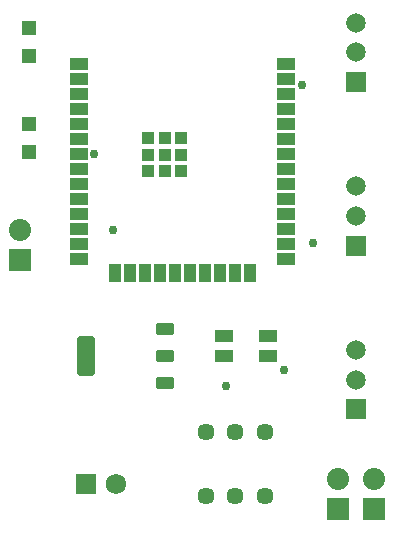
<source format=gts>
G04*
G04 #@! TF.GenerationSoftware,Altium Limited,Altium Designer,22.1.2 (22)*
G04*
G04 Layer_Color=8388736*
%FSLAX43Y43*%
%MOMM*%
G71*
G04*
G04 #@! TF.SameCoordinates,789559D7-4389-4A6F-8FAE-C72B44BD11BC*
G04*
G04*
G04 #@! TF.FilePolarity,Negative*
G04*
G01*
G75*
%ADD21R,1.640X1.110*%
%ADD22R,1.650X1.050*%
%ADD23R,1.050X1.650*%
%ADD24R,1.050X1.050*%
G04:AMPARAMS|DCode=25|XSize=1.46mm|YSize=1.08mm|CornerRadius=0.145mm|HoleSize=0mm|Usage=FLASHONLY|Rotation=180.000|XOffset=0mm|YOffset=0mm|HoleType=Round|Shape=RoundedRectangle|*
%AMROUNDEDRECTD25*
21,1,1.460,0.791,0,0,180.0*
21,1,1.171,1.080,0,0,180.0*
1,1,0.289,-0.585,0.395*
1,1,0.289,0.585,0.395*
1,1,0.289,0.585,-0.395*
1,1,0.289,-0.585,-0.395*
%
%ADD25ROUNDEDRECTD25*%
G04:AMPARAMS|DCode=26|XSize=1.46mm|YSize=3.39mm|CornerRadius=0.173mm|HoleSize=0mm|Usage=FLASHONLY|Rotation=180.000|XOffset=0mm|YOffset=0mm|HoleType=Round|Shape=RoundedRectangle|*
%AMROUNDEDRECTD26*
21,1,1.460,3.044,0,0,180.0*
21,1,1.114,3.390,0,0,180.0*
1,1,0.347,-0.557,1.522*
1,1,0.347,0.557,1.522*
1,1,0.347,0.557,-1.522*
1,1,0.347,-0.557,-1.522*
%
%ADD26ROUNDEDRECTD26*%
%ADD27R,1.300X1.300*%
%ADD28R,1.875X1.875*%
%ADD29C,1.875*%
%ADD30R,1.725X1.725*%
%ADD31C,1.725*%
%ADD32C,1.658*%
%ADD33R,1.658X1.658*%
%ADD34C,1.450*%
%ADD35C,0.750*%
D21*
X164846Y93775D02*
D03*
Y95455D02*
D03*
X161163Y93775D02*
D03*
Y95455D02*
D03*
D22*
X148870Y118491D02*
D03*
Y117221D02*
D03*
Y115951D02*
D03*
Y114681D02*
D03*
Y113411D02*
D03*
Y112141D02*
D03*
Y110871D02*
D03*
Y109601D02*
D03*
Y108331D02*
D03*
Y107061D02*
D03*
Y105791D02*
D03*
Y104521D02*
D03*
Y103251D02*
D03*
Y101981D02*
D03*
X166370D02*
D03*
Y103251D02*
D03*
Y104521D02*
D03*
Y105791D02*
D03*
Y107061D02*
D03*
Y108331D02*
D03*
Y109601D02*
D03*
Y110871D02*
D03*
Y112141D02*
D03*
Y113411D02*
D03*
Y114681D02*
D03*
Y115951D02*
D03*
Y117221D02*
D03*
Y118491D02*
D03*
D23*
X151905Y100731D02*
D03*
X153175D02*
D03*
X154445D02*
D03*
X155715D02*
D03*
X156985D02*
D03*
X158255D02*
D03*
X159525D02*
D03*
X160795D02*
D03*
X162065D02*
D03*
X163335D02*
D03*
D24*
X154720Y112171D02*
D03*
Y110771D02*
D03*
Y109371D02*
D03*
X156120D02*
D03*
X157520D02*
D03*
Y110771D02*
D03*
Y112171D02*
D03*
X156120D02*
D03*
Y110771D02*
D03*
D25*
X156126Y91436D02*
D03*
Y93726D02*
D03*
Y96016D02*
D03*
D26*
X149436Y93726D02*
D03*
D27*
X144601Y111022D02*
D03*
Y113372D02*
D03*
Y121476D02*
D03*
Y119126D02*
D03*
D28*
X170815Y80772D02*
D03*
X173863D02*
D03*
X143891Y101854D02*
D03*
D29*
X170815Y83312D02*
D03*
X173863D02*
D03*
X143891Y104394D02*
D03*
D30*
X149479Y82931D02*
D03*
D31*
X151979D02*
D03*
D32*
X172339Y94234D02*
D03*
Y91734D02*
D03*
Y108101D02*
D03*
Y105601D02*
D03*
Y121967D02*
D03*
Y119467D02*
D03*
D33*
Y89234D02*
D03*
Y103100D02*
D03*
Y116967D02*
D03*
D34*
X159577Y81870D02*
D03*
X162077D02*
D03*
X164577D02*
D03*
X159577Y87270D02*
D03*
X162077D02*
D03*
X164577D02*
D03*
D35*
X166243Y92583D02*
D03*
X151765Y104394D02*
D03*
X150114Y110871D02*
D03*
X168631Y103353D02*
D03*
X167716Y116662D02*
D03*
X161300Y91221D02*
D03*
M02*

</source>
